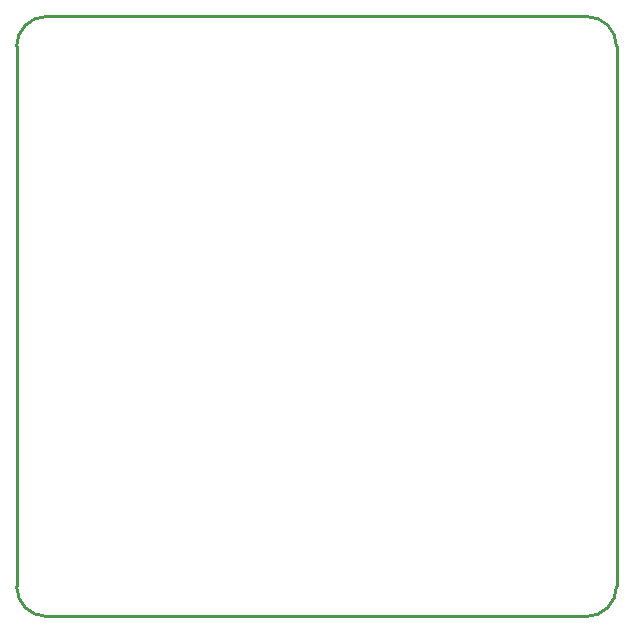
<source format=gko>
G04*
G04 #@! TF.GenerationSoftware,Altium Limited,Altium Designer,20.1.11 (218)*
G04*
G04 Layer_Color=16711935*
%FSLAX25Y25*%
%MOIN*%
G70*
G04*
G04 #@! TF.SameCoordinates,81EA89BC-65BD-4D4C-9507-49DBFBAF49DE*
G04*
G04*
G04 #@! TF.FilePolarity,Positive*
G04*
G01*
G75*
%ADD15C,0.01000*%
D15*
X-12500Y-2500D02*
G03*
X-2500Y-12500I10000J0D01*
G01*
Y187500D02*
G03*
X-12500Y177500I0J-10000D01*
G01*
X187500D02*
G03*
X177500Y187500I-10000J0D01*
G01*
Y-12500D02*
G03*
X187500Y-2500I0J10000D01*
G01*
X-12500D02*
X-12500Y136600D01*
Y177500D01*
X-2500Y187500D02*
X177500Y187500D01*
X187500Y-2500D02*
X187500Y177500D01*
X-2550Y-12500D02*
X177500Y-12500D01*
M02*

</source>
